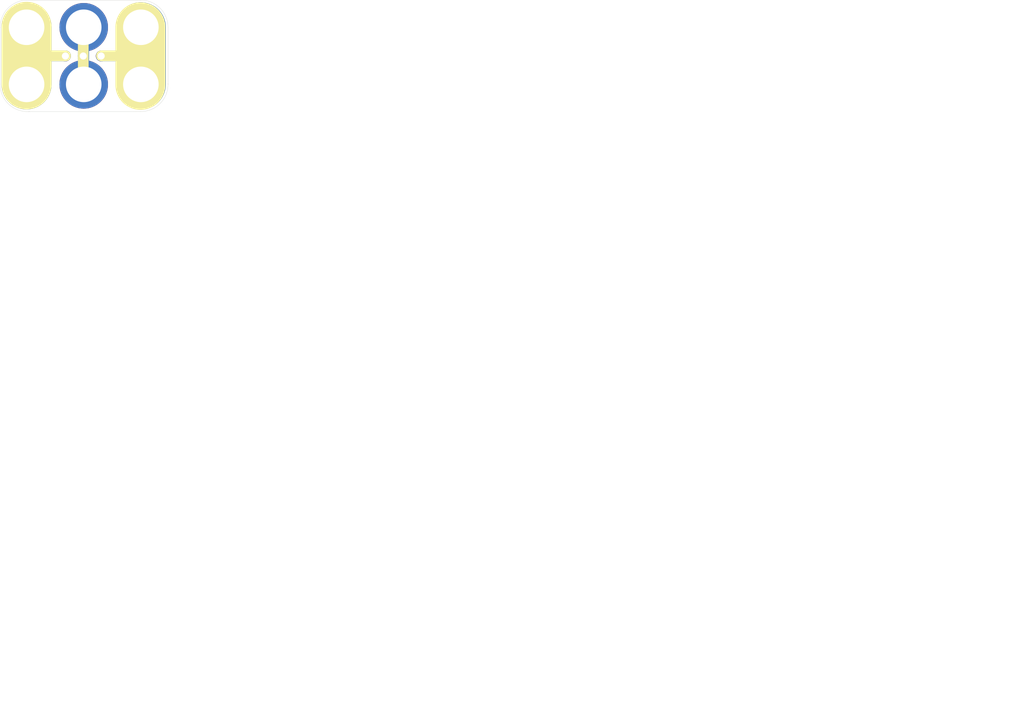
<source format=kicad_pcb>
(kicad_pcb (version 20171130) (host pcbnew 5.0.0-fee4fd1~66~ubuntu16.04.1)

  (general
    (thickness 1.6)
    (drawings 1)
    (tracks 0)
    (zones 0)
    (modules 1)
    (nets 4)
  )

  (page USLetter)
  (title_block
    (title "2x3 Slide Switch TH (EG1218)")
    (date "17 Mar 2017")
    (rev v1.4)
    (company "CERN Open Hardware License v1.2.")
    (comment 1 help@browndoggadgets.com)
    (comment 2 http://browndoggadgets.com/)
    (comment 3 "Brown Dog Gadgets")
  )

  (layers
    (0 F.Cu signal)
    (31 B.Cu signal)
    (34 B.Paste user)
    (35 F.Paste user)
    (36 B.SilkS user)
    (37 F.SilkS user)
    (38 B.Mask user)
    (39 F.Mask user)
    (40 Dwgs.User user)
    (44 Edge.Cuts user)
    (46 B.CrtYd user)
    (47 F.CrtYd user)
    (48 B.Fab user)
    (49 F.Fab user)
  )

  (setup
    (last_trace_width 0.254)
    (user_trace_width 0.1524)
    (user_trace_width 0.254)
    (user_trace_width 0.3302)
    (user_trace_width 0.508)
    (user_trace_width 0.762)
    (user_trace_width 1.27)
    (trace_clearance 0.254)
    (zone_clearance 0.508)
    (zone_45_only no)
    (trace_min 0.1524)
    (segment_width 0.1524)
    (edge_width 0.1524)
    (via_size 0.6858)
    (via_drill 0.3302)
    (via_min_size 0.6858)
    (via_min_drill 0.3302)
    (user_via 0.6858 0.3302)
    (user_via 0.762 0.4064)
    (user_via 0.8636 0.508)
    (uvia_size 0.6858)
    (uvia_drill 0.3302)
    (uvias_allowed no)
    (uvia_min_size 0)
    (uvia_min_drill 0)
    (pcb_text_width 0.1524)
    (pcb_text_size 1.016 1.016)
    (mod_edge_width 0.1524)
    (mod_text_size 1.016 1.016)
    (mod_text_width 0.1524)
    (pad_size 1.524 1.524)
    (pad_drill 0.762)
    (pad_to_mask_clearance 0.0762)
    (solder_mask_min_width 0.1016)
    (pad_to_paste_clearance -0.0762)
    (aux_axis_origin 0 0)
    (visible_elements FFFEDF7D)
    (pcbplotparams
      (layerselection 0x310fc_80000001)
      (usegerberextensions true)
      (usegerberattributes false)
      (usegerberadvancedattributes false)
      (creategerberjobfile false)
      (excludeedgelayer true)
      (linewidth 0.100000)
      (plotframeref false)
      (viasonmask false)
      (mode 1)
      (useauxorigin false)
      (hpglpennumber 1)
      (hpglpenspeed 20)
      (hpglpendiameter 15.000000)
      (psnegative false)
      (psa4output false)
      (plotreference true)
      (plotvalue true)
      (plotinvisibletext false)
      (padsonsilk false)
      (subtractmaskfromsilk false)
      (outputformat 1)
      (mirror false)
      (drillshape 0)
      (scaleselection 1)
      (outputdirectory "gerbers"))
  )

  (net 0 "")
  (net 1 /3)
  (net 2 /1)
  (net 3 /2)

  (net_class Default "This is the default net class."
    (clearance 0.254)
    (trace_width 0.254)
    (via_dia 0.6858)
    (via_drill 0.3302)
    (uvia_dia 0.6858)
    (uvia_drill 0.3302)
    (add_net /1)
    (add_net /2)
    (add_net /3)
  )

  (module Crazy_Circuits:SWITCH-SPDT-3PIN-2.5mmPITCH-TH-2x3 (layer F.Cu) (tedit 5BA90969) (tstamp 58CDACE9)
    (at 5.55952 41.21912)
    (descr http://spec_sheets.e-switch.com/specs/P040040.pdf)
    (tags "SWITCH SPDT EG1218 2x3")
    (path /587FDCA1)
    (fp_text reference SW1 (at 7.9375 -3.8735) (layer F.Fab)
      (effects (font (size 1 1) (thickness 0.15)))
    )
    (fp_text value "P/N EG1218" (at 8.2 4.8) (layer F.Fab) hide
      (effects (font (size 1 1) (thickness 0.15)))
    )
    (fp_arc (start 7.982913 -0.0265) (end 10.802313 -0.2297) (angle 184.1) (layer F.Mask) (width 1.2))
    (fp_arc (start 8.001 -8.001) (end 5.1816 -7.7978) (angle 184.1) (layer F.Mask) (width 1.2))
    (fp_arc (start 7.982913 0) (end 10.802313 -0.2032) (angle 184.1222978) (layer B.Mask) (width 1.2))
    (fp_line (start 7.9375 -6.604) (end 7.9375 -1.143) (layer B.Cu) (width 1.5))
    (fp_line (start 15.9385 -4.0005) (end 10.4775 -4.0005) (layer B.Cu) (width 1.5))
    (fp_line (start 5.461 -4.0005) (end 0 -4.0005) (layer B.Cu) (width 1.5))
    (fp_line (start 10.4775 -4.0005) (end 15.9385 -4.0005) (layer F.SilkS) (width 1.5))
    (fp_line (start 15.9385 0.0635) (end 15.9385 -8.001) (layer F.SilkS) (width 7))
    (fp_line (start 5.461 -4.0005) (end 0 -4.0005) (layer F.SilkS) (width 1.5))
    (fp_line (start 0 -8.0645) (end 0 0) (layer F.SilkS) (width 7))
    (fp_line (start -3.7 -8) (end -3.7 0) (layer F.Fab) (width 0.04064))
    (fp_line (start 16 3.8) (end 0.3 3.8) (layer F.Fab) (width 0.04064))
    (fp_line (start 16 -11.8) (end 0 -11.8) (layer F.Fab) (width 0.04064))
    (fp_line (start 19.8 -8) (end 19.8 0) (layer F.Fab) (width 0.04064))
    (fp_arc (start 15.998684 -8) (end 15.898684 -11.8) (angle 91.50743576) (layer F.Fab) (width 0.04064))
    (fp_arc (start 16 0) (end 19.8 -0.1) (angle 91.50743576) (layer F.Fab) (width 0.04064))
    (fp_arc (start 0.111824 0) (end 0.411824 3.8) (angle 94.51398846) (layer F.Fab) (width 0.04064))
    (fp_arc (start 0.106632 -8.00018) (end -3.693368 -7.90018) (angle 89.9) (layer F.Fab) (width 0.04064))
    (fp_line (start -3.7 -8) (end -3.7 0) (layer Edge.Cuts) (width 0.04064))
    (fp_line (start 16 3.8) (end 0.3 3.8) (layer Edge.Cuts) (width 0.04064))
    (fp_line (start 16 -11.8) (end 0 -11.8) (layer Edge.Cuts) (width 0.04064))
    (fp_line (start 19.8 -8) (end 19.8 0) (layer Edge.Cuts) (width 0.04064))
    (fp_arc (start 15.998684 -8) (end 15.898684 -11.8) (angle 91.50743576) (layer Edge.Cuts) (width 0.04064))
    (fp_arc (start 16 0) (end 19.8 -0.1) (angle 91.50743576) (layer Edge.Cuts) (width 0.04064))
    (fp_arc (start 0.111824 0) (end 0.411824 3.8) (angle 94.51398846) (layer Edge.Cuts) (width 0.04064))
    (fp_arc (start 0.106632 -8.00018) (end -3.693368 -7.90018) (angle 89.9) (layer Edge.Cuts) (width 0.04064))
    (fp_line (start 8.001 -7.5795) (end 8.001 -1.0795) (layer B.Cu) (width 1.5))
    (fp_line (start 16 -8) (end 16 0) (layer B.Cu) (width 7))
    (fp_line (start 0 -8) (end 0 0) (layer B.Cu) (width 7))
    (fp_line (start 16 -8) (end 16 0) (layer B.Mask) (width 7))
    (fp_line (start 7.9375 -8.1915) (end 7.9375 0) (layer F.SilkS) (width 1.5))
    (fp_line (start 0 -8) (end 0 0) (layer B.Mask) (width 7))
    (fp_line (start 11.811 -5.588) (end 4.191 -5.588) (layer F.Fab) (width 0.04064))
    (fp_line (start 4.191 -5.588) (end 4.191 -2.413) (layer F.Fab) (width 0.04064))
    (fp_line (start 4.191 -2.413) (end 11.811 -2.413) (layer F.Fab) (width 0.04064))
    (fp_line (start 11.811 -2.413) (end 11.811 -5.588) (layer F.Fab) (width 0.04064))
    (fp_arc (start 8.001 -8.001) (end 5.1816 -7.7978) (angle 184.1222978) (layer B.Mask) (width 1.2))
    (pad 2 thru_hole circle (at 8 0) (size 6.8 6.8) (drill 4.98) (layers *.Cu)
      (net 3 /2))
    (pad 2 thru_hole circle (at 8 -8) (size 6.8 6.8) (drill 4.98) (layers *.Cu)
      (net 3 /2))
    (pad 1 thru_hole circle (at 0 -8) (size 6.8 6.8) (drill 4.98) (layers *.Cu *.Mask)
      (net 2 /1))
    (pad 3 thru_hole circle (at 16 0) (size 6.8 6.8) (drill 4.98) (layers *.Cu *.Mask)
      (net 1 /3))
    (pad 3 thru_hole circle (at 10.4394 -3.9751) (size 1.5 1.5) (drill 1) (layers *.Cu *.Mask)
      (net 1 /3))
    (pad 1 thru_hole circle (at 5.4394 -3.9751) (size 1.5 1.5) (drill 1) (layers *.Cu *.Mask)
      (net 2 /1))
    (pad 2 thru_hole circle (at 7.9394 -3.9751) (size 1.5 1.5) (drill 1) (layers *.Cu *.Mask)
      (net 3 /2))
    (pad 1 thru_hole circle (at 0 0) (size 6.8 6.8) (drill 4.98) (layers *.Cu *.Mask)
      (net 2 /1))
    (pad 3 thru_hole circle (at 16 -8) (size 6.8 6.8) (drill 4.98) (layers *.Cu *.Mask)
      (net 1 /3))
  )

  (gr_text "FABRICATION NOTES\n\n1. THIS IS A 2 LAYER BOARD. \n2. EXTERNAL LAYERS SHALL HAVE 1 OZ COPPER.\n3. MATERIAL: FR4 AND 0.062 INCH +/- 10% THICK.\n4. BOARDS SHALL BE ROHS COMPLIANT. \n5. MANUFACTURE IN ACCORDANCE WITH IPC-6012 CLASS 2\n6. MASK: BOTH SIDES OF THE BOARD SHALL HAVE \n   SOLDER MASK (RED) OVER BARE COPPER. \n7. SILK: BOTH SIDES OF THE BOARD SHALL HAVE \n   WHITE SILKSCREEN. DO NOT PLACE SILK OVER BARE COPPER.\n8. FINISH: ENIG.\n9. MINIMUM TRACE WIDTH - 0.006 INCH.\n   MINIMUM SPACE - 0.006 INCH.\n   MINIMUM HOLE DIA - 0.013 INCH. \n10. MAX HOLE PLACEMENT TOLERANCE OF +/- 0.003 INCH.\n11. MAX HOLE DIAMETER TOLERANCE OF +/- 0.003 INCH AFTER PLATING." (at 2.11328 95.7834) (layer Dwgs.User)
    (effects (font (size 2.54 2.54) (thickness 0.254)) (justify left))
  )

)

</source>
